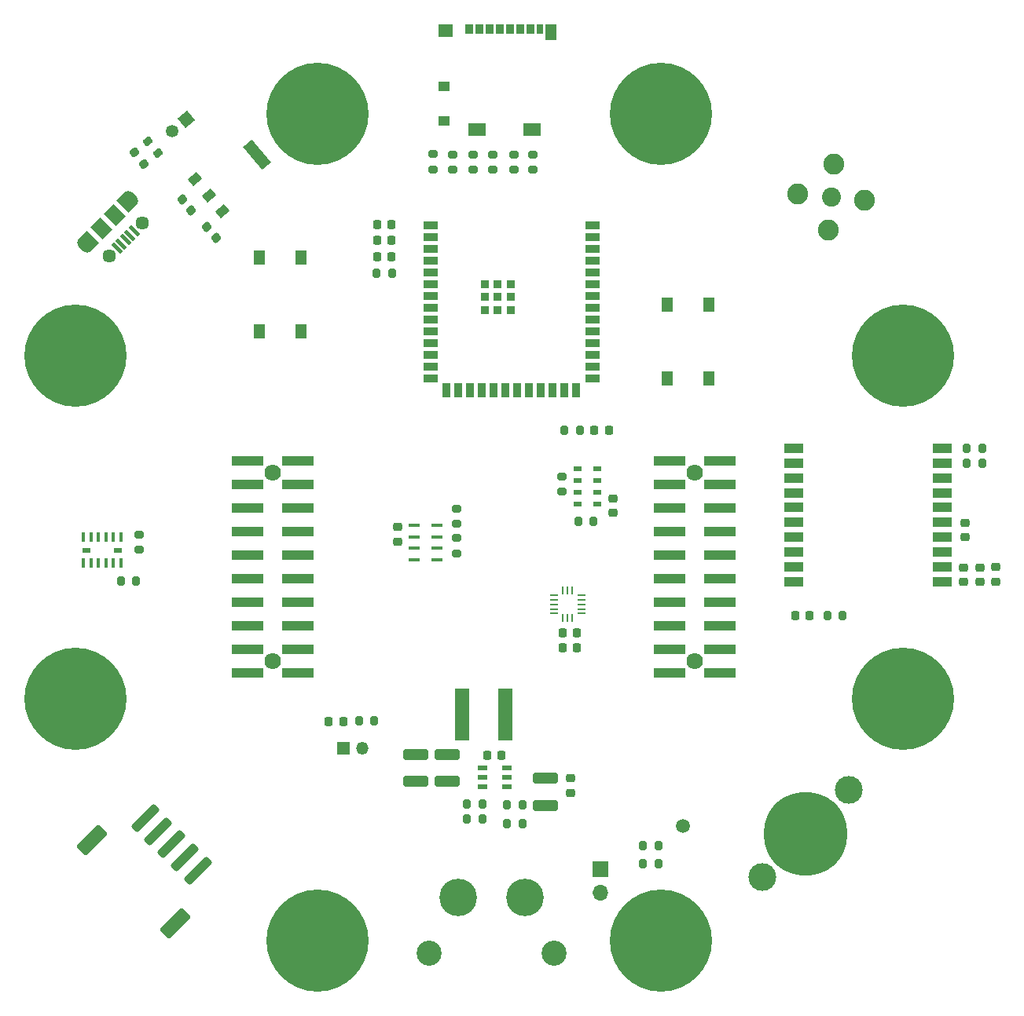
<source format=gbr>
%TF.GenerationSoftware,KiCad,Pcbnew,(6.0.2)*%
%TF.CreationDate,2022-10-10T11:28:08-07:00*%
%TF.ProjectId,AvionicsV0,4176696f-6e69-4637-9356-302e6b696361,rev?*%
%TF.SameCoordinates,Original*%
%TF.FileFunction,Soldermask,Top*%
%TF.FilePolarity,Negative*%
%FSLAX46Y46*%
G04 Gerber Fmt 4.6, Leading zero omitted, Abs format (unit mm)*
G04 Created by KiCad (PCBNEW (6.0.2)) date 2022-10-10 11:28:08*
%MOMM*%
%LPD*%
G01*
G04 APERTURE LIST*
G04 Aperture macros list*
%AMRoundRect*
0 Rectangle with rounded corners*
0 $1 Rounding radius*
0 $2 $3 $4 $5 $6 $7 $8 $9 X,Y pos of 4 corners*
0 Add a 4 corners polygon primitive as box body*
4,1,4,$2,$3,$4,$5,$6,$7,$8,$9,$2,$3,0*
0 Add four circle primitives for the rounded corners*
1,1,$1+$1,$2,$3*
1,1,$1+$1,$4,$5*
1,1,$1+$1,$6,$7*
1,1,$1+$1,$8,$9*
0 Add four rect primitives between the rounded corners*
20,1,$1+$1,$2,$3,$4,$5,0*
20,1,$1+$1,$4,$5,$6,$7,0*
20,1,$1+$1,$6,$7,$8,$9,0*
20,1,$1+$1,$8,$9,$2,$3,0*%
%AMHorizOval*
0 Thick line with rounded ends*
0 $1 width*
0 $2 $3 position (X,Y) of the first rounded end (center of the circle)*
0 $4 $5 position (X,Y) of the second rounded end (center of the circle)*
0 Add line between two ends*
20,1,$1,$2,$3,$4,$5,0*
0 Add two circle primitives to create the rounded ends*
1,1,$1,$2,$3*
1,1,$1,$4,$5*%
%AMRotRect*
0 Rectangle, with rotation*
0 The origin of the aperture is its center*
0 $1 length*
0 $2 width*
0 $3 Rotation angle, in degrees counterclockwise*
0 Add horizontal line*
21,1,$1,$2,0,0,$3*%
G04 Aperture macros list end*
%ADD10RotRect,0.950000X1.250000X130.000000*%
%ADD11RotRect,1.250000X3.200000X40.000000*%
%ADD12C,2.050000*%
%ADD13C,2.250000*%
%ADD14R,1.700000X1.700000*%
%ADD15O,1.700000X1.700000*%
%ADD16RoundRect,0.225000X-0.250000X0.225000X-0.250000X-0.225000X0.250000X-0.225000X0.250000X0.225000X0*%
%ADD17RoundRect,0.200000X-0.200000X-0.275000X0.200000X-0.275000X0.200000X0.275000X-0.200000X0.275000X0*%
%ADD18RoundRect,0.225000X0.250000X-0.225000X0.250000X0.225000X-0.250000X0.225000X-0.250000X-0.225000X0*%
%ADD19RoundRect,0.200000X0.200000X0.275000X-0.200000X0.275000X-0.200000X-0.275000X0.200000X-0.275000X0*%
%ADD20RoundRect,0.200000X-0.275000X0.200000X-0.275000X-0.200000X0.275000X-0.200000X0.275000X0.200000X0*%
%ADD21R,0.830000X0.270000*%
%ADD22R,0.270000X0.830000*%
%ADD23RotRect,1.350000X1.350000X310.000000*%
%ADD24HorizOval,1.350000X0.000000X0.000000X0.000000X0.000000X0*%
%ADD25C,1.780000*%
%ADD26R,3.400000X1.020000*%
%ADD27C,0.900000*%
%ADD28C,11.000000*%
%ADD29R,1.300000X1.550000*%
%ADD30RoundRect,0.225000X0.225000X0.250000X-0.225000X0.250000X-0.225000X-0.250000X0.225000X-0.250000X0*%
%ADD31R,0.449200X1.117800*%
%ADD32R,0.813000X0.500000*%
%ADD33RoundRect,0.218750X-0.256250X0.218750X-0.256250X-0.218750X0.256250X-0.218750X0.256250X0.218750X0*%
%ADD34RoundRect,0.250000X-1.100000X0.325000X-1.100000X-0.325000X1.100000X-0.325000X1.100000X0.325000X0*%
%ADD35R,1.500000X0.900000*%
%ADD36R,0.900000X1.500000*%
%ADD37R,0.900000X0.900000*%
%ADD38RotRect,0.400000X1.350000X225.000000*%
%ADD39RotRect,1.500000X1.900000X225.000000*%
%ADD40C,1.450000*%
%ADD41HorizOval,1.200000X-0.247487X0.247487X0.247487X-0.247487X0*%
%ADD42RotRect,1.200000X1.900000X225.000000*%
%ADD43RoundRect,0.225000X-0.225000X-0.250000X0.225000X-0.250000X0.225000X0.250000X-0.225000X0.250000X0*%
%ADD44RoundRect,0.225000X-0.336138X0.011663X-0.046884X-0.333057X0.336138X-0.011663X0.046884X0.333057X0*%
%ADD45C,4.050000*%
%ADD46C,2.700000*%
%ADD47R,1.193800X0.457200*%
%ADD48R,1.350000X1.350000*%
%ADD49O,1.350000X1.350000*%
%ADD50C,1.500000*%
%ADD51R,2.032000X1.092200*%
%ADD52RoundRect,0.218750X-0.336909X0.002858X-0.055689X-0.332287X0.336909X-0.002858X0.055689X0.332287X0*%
%ADD53RoundRect,0.200000X0.275000X-0.200000X0.275000X0.200000X-0.275000X0.200000X-0.275000X-0.200000X0*%
%ADD54RoundRect,0.225000X0.336138X-0.011663X0.046884X0.333057X-0.336138X0.011663X-0.046884X-0.333057X0*%
%ADD55RoundRect,0.250000X1.100000X-0.325000X1.100000X0.325000X-1.100000X0.325000X-1.100000X-0.325000X0*%
%ADD56RoundRect,0.218750X-0.218750X-0.256250X0.218750X-0.256250X0.218750X0.256250X-0.218750X0.256250X0*%
%ADD57R,0.998220X0.497840*%
%ADD58RoundRect,0.218750X0.218750X0.256250X-0.218750X0.256250X-0.218750X-0.256250X0.218750X-0.256250X0*%
%ADD59R,0.950000X0.550000*%
%ADD60C,3.000000*%
%ADD61C,9.000000*%
%ADD62RoundRect,0.250000X-1.237437X-0.883883X-0.883883X-1.237437X1.237437X0.883883X0.883883X1.237437X0*%
%ADD63RoundRect,0.250001X-1.378857X-0.671751X-0.671751X-1.378857X1.378857X0.671751X0.671751X1.378857X0*%
%ADD64RoundRect,0.200000X-0.339220X-0.023558X-0.082105X-0.329975X0.339220X0.023558X0.082105X0.329975X0*%
%ADD65R,0.850000X1.100000*%
%ADD66R,0.750000X1.100000*%
%ADD67R,1.200000X1.000000*%
%ADD68R,1.170000X1.800000*%
%ADD69R,1.900000X1.350000*%
%ADD70R,1.550000X1.350000*%
%ADD71R,1.600000X5.700000*%
G04 APERTURE END LIST*
D10*
%TO.C,IC2*%
X119157837Y-45787976D03*
X120636249Y-47549878D03*
X122114660Y-49311780D03*
D11*
X125845351Y-43178922D03*
%TD*%
D12*
%TO.C,J13*%
X187706000Y-47752000D03*
D13*
X188019072Y-44173567D03*
X191284433Y-48065072D03*
X187392928Y-51330433D03*
X184127567Y-47438928D03*
%TD*%
D14*
%TO.C,J4*%
X162800000Y-120260000D03*
D15*
X162800000Y-122800000D03*
%TD*%
D16*
%TO.C,C11*%
X140952000Y-83349000D03*
X140952000Y-84899000D03*
%TD*%
D17*
%TO.C,R10*%
X167450000Y-119634000D03*
X169100000Y-119634000D03*
%TD*%
D18*
%TO.C,C15*%
X203693800Y-89228400D03*
X203693800Y-87678400D03*
%TD*%
D19*
%TO.C,R21*%
X112828599Y-89139499D03*
X111178599Y-89139499D03*
%TD*%
D20*
%TO.C,R5*%
X155575000Y-43181000D03*
X155575000Y-44831000D03*
%TD*%
D21*
%TO.C,U3*%
X160778800Y-92668600D03*
X160778800Y-92168600D03*
X160778800Y-91668600D03*
X160778800Y-91168600D03*
X160778800Y-90668600D03*
D22*
X159808800Y-90198600D03*
X159308800Y-90198600D03*
X158808800Y-90198600D03*
D21*
X157838800Y-90668600D03*
X157838800Y-91168600D03*
X157838800Y-91668600D03*
X157838800Y-92168600D03*
X157838800Y-92668600D03*
D22*
X158808800Y-93138600D03*
X159308800Y-93138600D03*
X159808800Y-93138600D03*
%TD*%
D23*
%TO.C,J3*%
X118233900Y-39392387D03*
D24*
X116701811Y-40677962D03*
%TD*%
D25*
%TO.C,J7*%
X127500000Y-77470000D03*
X127500000Y-97790000D03*
D26*
X124800000Y-76200000D03*
X124800000Y-78740000D03*
X124800000Y-81280000D03*
X124800000Y-83820000D03*
X124800000Y-86360000D03*
X124800000Y-88900000D03*
X124800000Y-91440000D03*
X124800000Y-93980000D03*
X124800000Y-96520000D03*
X124800000Y-99060000D03*
X130200000Y-76200000D03*
X130200000Y-78740000D03*
X130200000Y-81280000D03*
X130200000Y-83820000D03*
X130200000Y-86360000D03*
X130200000Y-88900000D03*
X130200000Y-91440000D03*
X130200000Y-93980000D03*
X130200000Y-96520000D03*
X130200000Y-99060000D03*
%TD*%
D16*
%TO.C,C17*%
X164211000Y-80237800D03*
X164211000Y-81787800D03*
%TD*%
D17*
%TO.C,R14*%
X148469090Y-114792722D03*
X150119090Y-114792722D03*
%TD*%
D27*
%TO.C,H2*%
X166407985Y-125024185D03*
X166407985Y-130877815D03*
X173459800Y-127951000D03*
X172261615Y-125024185D03*
X169334800Y-123826000D03*
X169334800Y-132076000D03*
X172261615Y-130877815D03*
D28*
X169334800Y-127951000D03*
D27*
X165209800Y-127951000D03*
%TD*%
D20*
%TO.C,R7*%
X151257000Y-43181000D03*
X151257000Y-44831000D03*
%TD*%
D29*
%TO.C,SW1*%
X126112800Y-62255800D03*
X126112800Y-54305800D03*
X130612800Y-54305800D03*
X130612800Y-62255800D03*
%TD*%
D27*
%TO.C,H8*%
X106280000Y-69022000D03*
X103353185Y-67823815D03*
X109206815Y-67823815D03*
D28*
X106280000Y-64897000D03*
D27*
X102155000Y-64897000D03*
X109206815Y-61970185D03*
X106280000Y-60772000D03*
X110405000Y-64897000D03*
X103353185Y-61970185D03*
%TD*%
D20*
%TO.C,R20*%
X113171999Y-84148899D03*
X113171999Y-85798899D03*
%TD*%
D19*
%TO.C,R15*%
X150119090Y-113217920D03*
X148469090Y-113217920D03*
%TD*%
D17*
%TO.C,R2*%
X158979600Y-72872600D03*
X160629600Y-72872600D03*
%TD*%
D27*
%TO.C,H3*%
X172256815Y-41696815D03*
X172256815Y-35843185D03*
X166403185Y-41696815D03*
X169330000Y-34645000D03*
X173455000Y-38770000D03*
X169330000Y-42895000D03*
D28*
X169330000Y-38770000D03*
D27*
X165205000Y-38770000D03*
X166403185Y-35843185D03*
%TD*%
D30*
%TO.C,C3*%
X140322600Y-50749200D03*
X138772600Y-50749200D03*
%TD*%
D31*
%TO.C,U2*%
X111160001Y-84455699D03*
X110360000Y-84455699D03*
X109559999Y-84455699D03*
X108760001Y-84455699D03*
X107960000Y-84455699D03*
X107160001Y-84455699D03*
D32*
X107441502Y-85826600D03*
D31*
X107159999Y-87197501D03*
X107960000Y-87197501D03*
X108760001Y-87197501D03*
X109559999Y-87197501D03*
X110360000Y-87197501D03*
X111159999Y-87197501D03*
D32*
X110878498Y-85826600D03*
%TD*%
D33*
%TO.C,D3*%
X159606489Y-110398422D03*
X159606489Y-111973422D03*
%TD*%
D17*
%TO.C,R22*%
X187272800Y-92872400D03*
X188922800Y-92872400D03*
%TD*%
D20*
%TO.C,R4*%
X144780000Y-43117000D03*
X144780000Y-44767000D03*
%TD*%
D34*
%TO.C,C8*%
X156914090Y-110422122D03*
X156914090Y-113372122D03*
%TD*%
D35*
%TO.C,IC1*%
X144512000Y-50824000D03*
X144512000Y-52094000D03*
X144512000Y-53364000D03*
X144512000Y-54634000D03*
X144512000Y-55904000D03*
X144512000Y-57174000D03*
X144512000Y-58444000D03*
X144512000Y-59714000D03*
X144512000Y-60984000D03*
X144512000Y-62254000D03*
X144512000Y-63524000D03*
X144512000Y-64794000D03*
X144512000Y-66064000D03*
X144512000Y-67334000D03*
D36*
X146277000Y-68584000D03*
X147547000Y-68584000D03*
X148817000Y-68584000D03*
X150087000Y-68584000D03*
X151357000Y-68584000D03*
X152627000Y-68584000D03*
X153897000Y-68584000D03*
X155167000Y-68584000D03*
X156437000Y-68584000D03*
X157707000Y-68584000D03*
X158977000Y-68584000D03*
X160247000Y-68584000D03*
D35*
X162012000Y-67334000D03*
X162012000Y-66064000D03*
X162012000Y-64794000D03*
X162012000Y-63524000D03*
X162012000Y-62254000D03*
X162012000Y-60984000D03*
X162012000Y-59714000D03*
X162012000Y-58444000D03*
X162012000Y-57174000D03*
X162012000Y-55904000D03*
X162012000Y-54634000D03*
X162012000Y-53364000D03*
X162012000Y-52094000D03*
X162012000Y-50824000D03*
D37*
X151762000Y-58544000D03*
X151762000Y-57144000D03*
X150362000Y-57144000D03*
X150362000Y-58544000D03*
X150362000Y-59944000D03*
X151762000Y-59944000D03*
X153162000Y-59944000D03*
X153162000Y-58544000D03*
X153162000Y-57144000D03*
%TD*%
D19*
%TO.C,R12*%
X154437087Y-113319521D03*
X152787087Y-113319521D03*
%TD*%
D38*
%TO.C,J2*%
X112595782Y-51422905D03*
X112136163Y-51882524D03*
X111676544Y-52342144D03*
X111216924Y-52801763D03*
X110757305Y-53261382D03*
D39*
X109060249Y-51140062D03*
D40*
X113444311Y-50574377D03*
X109908777Y-54109911D03*
D41*
X112242229Y-47958082D03*
X107292482Y-52907829D03*
D39*
X110474462Y-49725849D03*
D42*
X107716746Y-52483565D03*
X111817965Y-48382346D03*
%TD*%
D43*
%TO.C,C2*%
X138772600Y-54208200D03*
X140322600Y-54208200D03*
%TD*%
D44*
%TO.C,C4*%
X120456640Y-50968316D03*
X121452960Y-52155684D03*
%TD*%
D45*
%TO.C,J6*%
X154730000Y-123317000D03*
X147530000Y-123317000D03*
D46*
X144380000Y-129317000D03*
X157880000Y-129317000D03*
%TD*%
D47*
%TO.C,U1*%
X142793500Y-83125000D03*
X142793500Y-84375000D03*
X142793500Y-85625000D03*
X142793500Y-86875000D03*
X145206500Y-86875000D03*
X145206500Y-85625000D03*
X145206500Y-84375000D03*
X145206500Y-83125000D03*
%TD*%
D28*
%TO.C,H1*%
X106280000Y-101833600D03*
D27*
X102155000Y-101833600D03*
X103353185Y-98906785D03*
X103353185Y-104760415D03*
X106280000Y-97708600D03*
X109206815Y-98906785D03*
X110405000Y-101833600D03*
X109206815Y-104760415D03*
X106280000Y-105958600D03*
%TD*%
D48*
%TO.C,J5*%
X135144000Y-107162600D03*
D49*
X137144000Y-107162600D03*
%TD*%
D20*
%TO.C,R18*%
X147302000Y-81344000D03*
X147302000Y-82994000D03*
%TD*%
D50*
%TO.C,TP1*%
X171704000Y-115570000D03*
%TD*%
D19*
%TO.C,R23*%
X203948800Y-76479400D03*
X202298800Y-76479400D03*
%TD*%
D51*
%TO.C,U4*%
X199707500Y-89236801D03*
X199707500Y-87636601D03*
X199707500Y-86036401D03*
X199707500Y-84436201D03*
X199707500Y-82836001D03*
X199707500Y-81235801D03*
X199707500Y-79635601D03*
X199707500Y-78035401D03*
X199707500Y-76435201D03*
X199707500Y-74835001D03*
X183680100Y-74835001D03*
X183680100Y-76435201D03*
X183680100Y-78035401D03*
X183680100Y-79635601D03*
X183680100Y-81235801D03*
X183680100Y-82836001D03*
X183680100Y-84436201D03*
X183680100Y-86036401D03*
X183680100Y-87636601D03*
X183680100Y-89236801D03*
%TD*%
D52*
%TO.C,D2*%
X112649510Y-42961067D03*
X113661900Y-44167587D03*
%TD*%
D53*
%TO.C,R19*%
X147302000Y-86169000D03*
X147302000Y-84519000D03*
%TD*%
D17*
%TO.C,R13*%
X152787091Y-115300719D03*
X154437091Y-115300719D03*
%TD*%
D19*
%TO.C,R11*%
X169100000Y-117729000D03*
X167450000Y-117729000D03*
%TD*%
D54*
%TO.C,C5*%
X118760560Y-49158484D03*
X117764240Y-47971116D03*
%TD*%
D25*
%TO.C,J8*%
X173000000Y-97790000D03*
X173000000Y-77470000D03*
D26*
X170300000Y-76200000D03*
X170300000Y-78740000D03*
X170300000Y-81280000D03*
X170300000Y-83820000D03*
X170300000Y-86360000D03*
X170300000Y-88900000D03*
X170300000Y-91440000D03*
X170300000Y-93980000D03*
X170300000Y-96520000D03*
X170300000Y-99060000D03*
X175700000Y-76200000D03*
X175700000Y-78740000D03*
X175700000Y-81280000D03*
X175700000Y-83820000D03*
X175700000Y-86360000D03*
X175700000Y-88900000D03*
X175700000Y-91440000D03*
X175700000Y-93980000D03*
X175700000Y-96520000D03*
X175700000Y-99060000D03*
%TD*%
D27*
%TO.C,H6*%
X195453000Y-97708600D03*
X191328000Y-101833600D03*
X198379815Y-104760415D03*
X195453000Y-105958600D03*
X192526185Y-104760415D03*
X192526185Y-98906785D03*
X198379815Y-98906785D03*
X199578000Y-101833600D03*
D28*
X195453000Y-101833600D03*
%TD*%
D20*
%TO.C,R9*%
X146939000Y-43181000D03*
X146939000Y-44831000D03*
%TD*%
D55*
%TO.C,C10*%
X146347690Y-110781320D03*
X146347690Y-107831320D03*
%TD*%
D56*
%TO.C,D4*%
X133550807Y-104270956D03*
X135125807Y-104270956D03*
%TD*%
D19*
%TO.C,R16*%
X138493000Y-104241600D03*
X136843000Y-104241600D03*
%TD*%
D43*
%TO.C,C12*%
X158787801Y-94716600D03*
X160337801Y-94716600D03*
%TD*%
D20*
%TO.C,R8*%
X149098000Y-43181000D03*
X149098000Y-44831000D03*
%TD*%
D18*
%TO.C,C14*%
X201993800Y-89228400D03*
X201993800Y-87678400D03*
%TD*%
D57*
%TO.C,M1*%
X150100000Y-109299240D03*
X152800020Y-111300760D03*
X150100000Y-111300760D03*
X150100000Y-110300000D03*
X152800020Y-109299240D03*
X152800020Y-110300000D03*
%TD*%
D17*
%TO.C,R1*%
X138722600Y-55981600D03*
X140372600Y-55981600D03*
%TD*%
D43*
%TO.C,C9*%
X150652693Y-107934720D03*
X152202693Y-107934720D03*
%TD*%
D28*
%TO.C,H5*%
X132398000Y-127951700D03*
D27*
X128273000Y-127951700D03*
X129471185Y-130878515D03*
X132398000Y-123826700D03*
X136523000Y-127951700D03*
X135324815Y-130878515D03*
X132398000Y-132076700D03*
X129471185Y-125024885D03*
X135324815Y-125024885D03*
%TD*%
D34*
%TO.C,C6*%
X142944089Y-107831322D03*
X142944089Y-110781322D03*
%TD*%
D58*
%TO.C,D1*%
X163767100Y-72872600D03*
X162192100Y-72872600D03*
%TD*%
D59*
%TO.C,U7*%
X162527600Y-80839200D03*
X162527600Y-79589200D03*
X162527600Y-78339200D03*
X162527600Y-77089200D03*
X160377600Y-77089200D03*
X160377600Y-78339200D03*
X160377600Y-79589200D03*
X160377600Y-80839200D03*
%TD*%
D18*
%TO.C,C16*%
X202093800Y-84428400D03*
X202093800Y-82878400D03*
%TD*%
D20*
%TO.C,R26*%
X158648400Y-77889600D03*
X158648400Y-79539600D03*
%TD*%
D60*
%TO.C,BT1*%
X180295895Y-121049705D03*
X189629705Y-111715895D03*
D61*
X184962800Y-116382800D03*
%TD*%
D30*
%TO.C,C1*%
X140322600Y-52400200D03*
X138772600Y-52400200D03*
%TD*%
D62*
%TO.C,J14*%
X113796827Y-114716319D03*
X115211041Y-116130532D03*
X116625254Y-117544746D03*
X118039468Y-118958959D03*
X119453681Y-120373173D03*
D63*
X117049518Y-126100738D03*
X108069262Y-117120482D03*
%TD*%
D19*
%TO.C,R24*%
X203948800Y-74828399D03*
X202298800Y-74828399D03*
%TD*%
D64*
%TO.C,R3*%
X114074500Y-41735213D03*
X115135100Y-42999187D03*
%TD*%
D19*
%TO.C,R27*%
X162089600Y-82714600D03*
X160439600Y-82714600D03*
%TD*%
D20*
%TO.C,R6*%
X153543000Y-43181000D03*
X153543000Y-44831000D03*
%TD*%
D43*
%TO.C,C13*%
X158787800Y-96367600D03*
X160337800Y-96367600D03*
%TD*%
D65*
%TO.C,J1*%
X148660000Y-29665500D03*
X149760000Y-29665500D03*
X150860000Y-29665500D03*
X151960000Y-29665500D03*
X153060000Y-29665500D03*
X154160000Y-29665500D03*
X155260000Y-29665500D03*
D66*
X156310000Y-29665500D03*
D67*
X146025000Y-35815500D03*
X146025000Y-39515500D03*
D68*
X157520000Y-30015500D03*
D69*
X155495000Y-40490500D03*
X149525000Y-40490500D03*
D70*
X146200000Y-29790500D03*
%TD*%
D33*
%TO.C,FB1*%
X205393800Y-87665900D03*
X205393800Y-89240900D03*
%TD*%
D29*
%TO.C,SW2*%
X170038200Y-67322600D03*
X170038200Y-59372600D03*
X174538200Y-67322600D03*
X174538200Y-59372600D03*
%TD*%
D27*
%TO.C,H7*%
X135324815Y-35843185D03*
X136523000Y-38770000D03*
X129471185Y-41696815D03*
X135324815Y-41696815D03*
X129471185Y-35843185D03*
X128273000Y-38770000D03*
D28*
X132398000Y-38770000D03*
D27*
X132398000Y-42895000D03*
X132398000Y-34645000D03*
%TD*%
D56*
%TO.C,D6*%
X183794300Y-92862400D03*
X185369300Y-92862400D03*
%TD*%
D27*
%TO.C,H4*%
X195453000Y-69022000D03*
X195453000Y-60772000D03*
X191328000Y-64897000D03*
X199578000Y-64897000D03*
X192526185Y-67823815D03*
D28*
X195453000Y-64897000D03*
D27*
X198379815Y-61970185D03*
X192526185Y-61970185D03*
X198379815Y-67823815D03*
%TD*%
D71*
%TO.C,L1*%
X152609289Y-103565919D03*
X147909289Y-103565919D03*
%TD*%
D25*
%TO.C,J10*%
X173000000Y-77470000D03*
X173000000Y-97790000D03*
%TD*%
%TO.C,J9*%
X127500000Y-97790000D03*
X127500000Y-77470000D03*
%TD*%
M02*

</source>
